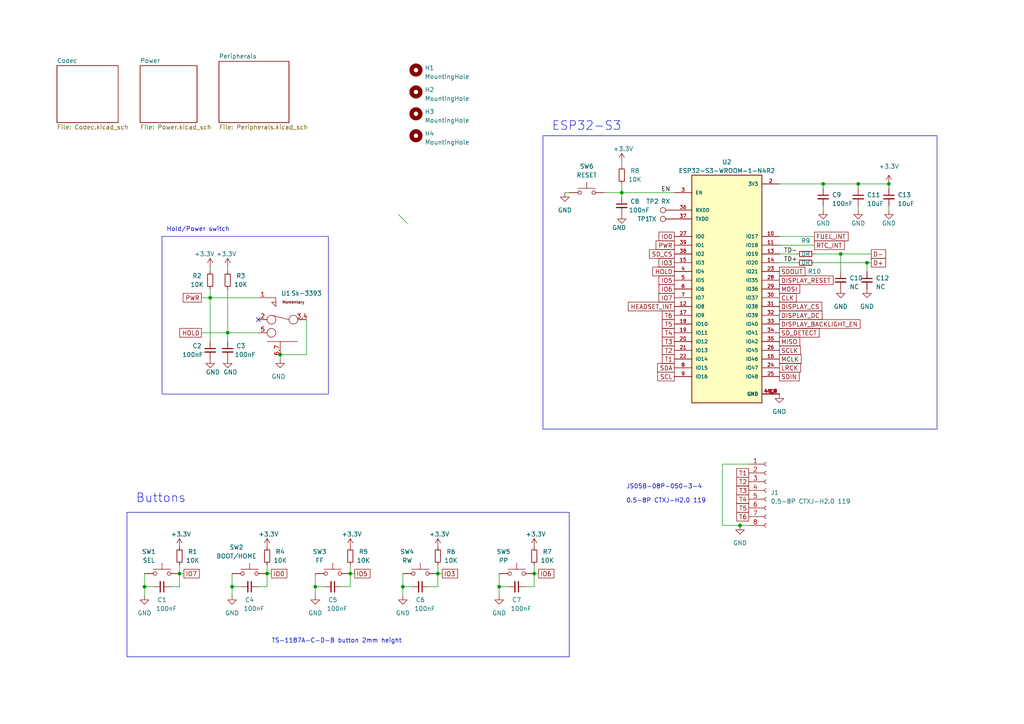
<source format=kicad_sch>
(kicad_sch (version 20230121) (generator eeschema)
  (paper "A4")
  (lib_symbols
    (symbol "Connector:Conn_01x08_Socket" (pin_names (offset 1.016) hide)
      (property "Reference" "J" (at 0 10.16 0))
      (property "Value" "Conn_01x08_Socket" (at 0 -12.7 0))
      (symbol "Conn_01x08_Socket_1_1"
        (arc (start 0 -9.652) (mid -0.5058 -10.16) (end 0 -10.668) (stroke (width 0.1524)))
        (arc (start 0 -7.112) (mid -0.5058 -7.62) (end 0 -8.128) (stroke (width 0.1524)))
        (arc (start 0 -4.572) (mid -0.5058 -5.08) (end 0 -5.588) (stroke (width 0.1524)))
        (arc (start 0 -2.032) (mid -0.5058 -2.54) (end 0 -3.048) (stroke (width 0.1524)))
        (polyline (pts (xy -1.27 -10.16) (xy -0.508 -10.16)) (stroke (width 0.1524)))
        (polyline (pts (xy -1.27 -7.62) (xy -0.508 -7.62)) (stroke (width 0.1524)))
        (polyline (pts (xy -1.27 -5.08) (xy -0.508 -5.08)) (stroke (width 0.1524)))
        (polyline (pts (xy -1.27 -2.54) (xy -0.508 -2.54)) (stroke (width 0.1524)))
        (polyline (pts (xy -1.27 0) (xy -0.508 0)) (stroke (width 0.1524)))
        (polyline (pts (xy -1.27 2.54) (xy -0.508 2.54)) (stroke (width 0.1524)))
        (polyline (pts (xy -1.27 5.08) (xy -0.508 5.08)) (stroke (width 0.1524)))
        (polyline (pts (xy -1.27 7.62) (xy -0.508 7.62)) (stroke (width 0.1524)))
        (arc (start 0 0.508) (mid -0.5058 0) (end 0 -0.508) (stroke (width 0.1524)))
        (arc (start 0 3.048) (mid -0.5058 2.54) (end 0 2.032) (stroke (width 0.1524)))
        (arc (start 0 5.588) (mid -0.5058 5.08) (end 0 4.572) (stroke (width 0.1524)))
        (arc (start 0 8.128) (mid -0.5058 7.62) (end 0 7.112) (stroke (width 0.1524)))
        (pin passive line (at -5.08 7.62 0) (length 3.81) (name "Pin_1") (number "1"))
        (pin passive line (at -5.08 5.08 0) (length 3.81) (name "Pin_2") (number "2"))
        (pin passive line (at -5.08 2.54 0) (length 3.81) (name "Pin_3") (number "3"))
        (pin passive line (at -5.08 0 0) (length 3.81) (name "Pin_4") (number "4"))
        (pin passive line (at -5.08 -2.54 0) (length 3.81) (name "Pin_5") (number "5"))
        (pin passive line (at -5.08 -5.08 0) (length 3.81) (name "Pin_6") (number "6"))
        (pin passive line (at -5.08 -7.62 0) (length 3.81) (name "Pin_7") (number "7"))
        (pin passive line (at -5.08 -10.16 0) (length 3.81) (name "Pin_8") (number "8"))
      )
    )
    (symbol "Connector:TestPoint" (pin_numbers hide) (pin_names (offset 0.762) hide)
      (property "Reference" "TP" (at 0 6.858 0))
      (property "Value" "TestPoint" (at 0 5.08 0))
      (symbol "TestPoint_0_1"
        (circle (center 0 3.302) (radius 0.762))
      )
      (symbol "TestPoint_1_1"
        (pin passive line (at 0 0 90) (length 2.54) (name "1") (number "1"))
      )
    )
    (symbol "Device:C_Small" (pin_numbers hide) (pin_names (offset 0.254) hide)
      (property "Reference" "C" (at 0.254 1.778 0))
      (property "Value" "C_Small" (at 0.254 -2.032 0))
      (symbol "C_Small_0_1"
        (polyline (pts (xy -1.524 -0.508) (xy 1.524 -0.508)) (stroke (width 0.3302)))
        (polyline (pts (xy -1.524 0.508) (xy 1.524 0.508)) (stroke (width 0.3048)))
      )
      (symbol "C_Small_1_1"
        (pin passive line (at 0 2.54 270) (length 2.032) (name "~") (number "1"))
        (pin passive line (at 0 -2.54 90) (length 2.032) (name "~") (number "2"))
      )
    )
    (symbol "Device:R_Small" (pin_numbers hide) (pin_names (offset 0.254) hide)
      (property "Reference" "R" (at 0.762 0.508 0))
      (property "Value" "R_Small" (at 0.762 -1.016 0))
      (symbol "R_Small_0_1"
        (rectangle (start -0.762 1.778) (end 0.762 -1.778) (stroke (width 0.2032)))
      )
      (symbol "R_Small_1_1"
        (pin passive line (at 0 2.54 270) (length 0.762) (name "~") (number "1"))
        (pin passive line (at 0 -2.54 90) (length 0.762) (name "~") (number "2"))
      )
    )
    (symbol "ESP32-S3-WROOM-1-N4R2:ESP32-S3-WROOM-1-N4R2" (pin_names (offset 1.016))
      (property "Reference" "U" (at -10.16 34.1122 0))
      (property "Value" "ESP32-S3-WROOM-1-N4R2" (at -10.16 -35.56 0))
      (symbol "ESP32-S3-WROOM-1-N4R2_0_0"
        (rectangle (start -10.16 -33.02) (end 10.16 33.02) (stroke (width 0.254)) (fill (type background)))
        (pin power_in line (at 15.24 -30.48 180) (length 5.08) (name "GND") (number "1"))
        (pin bidirectional line (at 15.24 15.24 180) (length 5.08) (name "IO17") (number "10"))
        (pin bidirectional line (at 15.24 12.7 180) (length 5.08) (name "IO18") (number "11"))
        (pin bidirectional line (at -15.24 -5.08 0) (length 5.08) (name "IO8") (number "12"))
        (pin bidirectional line (at 15.24 10.16 180) (length 5.08) (name "IO19") (number "13"))
        (pin bidirectional line (at 15.24 7.62 180) (length 5.08) (name "IO20") (number "14"))
        (pin bidirectional line (at -15.24 7.62 0) (length 5.08) (name "IO3") (number "15"))
        (pin bidirectional line (at 15.24 -20.32 180) (length 5.08) (name "IO46") (number "16"))
        (pin bidirectional line (at -15.24 -7.62 0) (length 5.08) (name "IO9") (number "17"))
        (pin bidirectional line (at -15.24 -10.16 0) (length 5.08) (name "IO10") (number "18"))
        (pin bidirectional line (at -15.24 -12.7 0) (length 5.08) (name "IO11") (number "19"))
        (pin power_in line (at 15.24 30.48 180) (length 5.08) (name "3V3") (number "2"))
        (pin bidirectional line (at -15.24 -15.24 0) (length 5.08) (name "IO12") (number "20"))
        (pin bidirectional line (at -15.24 -17.78 0) (length 5.08) (name "IO13") (number "21"))
        (pin bidirectional line (at -15.24 -20.32 0) (length 5.08) (name "IO14") (number "22"))
        (pin bidirectional line (at 15.24 5.08 180) (length 5.08) (name "IO21") (number "23"))
        (pin bidirectional line (at 15.24 -22.86 180) (length 5.08) (name "IO47") (number "24"))
        (pin bidirectional line (at 15.24 -25.4 180) (length 5.08) (name "IO48") (number "25"))
        (pin bidirectional line (at 15.24 -17.78 180) (length 5.08) (name "IO45") (number "26"))
        (pin bidirectional line (at -15.24 15.24 0) (length 5.08) (name "IO0") (number "27"))
        (pin bidirectional line (at 15.24 2.54 180) (length 5.08) (name "IO35") (number "28"))
        (pin bidirectional line (at 15.24 0 180) (length 5.08) (name "IO36") (number "29"))
        (pin input line (at -15.24 27.94 0) (length 5.08) (name "EN") (number "3"))
        (pin bidirectional line (at 15.24 -2.54 180) (length 5.08) (name "IO37") (number "30"))
        (pin bidirectional line (at 15.24 -5.08 180) (length 5.08) (name "IO38") (number "31"))
        (pin bidirectional line (at 15.24 -7.62 180) (length 5.08) (name "IO39") (number "32"))
        (pin bidirectional line (at 15.24 -10.16 180) (length 5.08) (name "IO40") (number "33"))
        (pin bidirectional line (at 15.24 -12.7 180) (length 5.08) (name "IO41") (number "34"))
        (pin bidirectional line (at 15.24 -15.24 180) (length 5.08) (name "IO42") (number "35"))
        (pin bidirectional line (at -15.24 22.86 0) (length 5.08) (name "RXD0") (number "36"))
        (pin bidirectional line (at -15.24 20.32 0) (length 5.08) (name "TXD0") (number "37"))
        (pin bidirectional line (at -15.24 10.16 0) (length 5.08) (name "IO2") (number "38"))
        (pin bidirectional line (at -15.24 12.7 0) (length 5.08) (name "IO1") (number "39"))
        (pin bidirectional line (at -15.24 5.08 0) (length 5.08) (name "IO4") (number "4"))
        (pin power_in line (at 15.24 -30.48 180) (length 5.08) (name "GND") (number "40"))
        (pin power_in line (at 15.24 -30.48 180) (length 5.08) (name "GND") (number "41_1"))
        (pin power_in line (at 15.24 -30.48 180) (length 5.08) (name "GND") (number "41_2"))
        (pin power_in line (at 15.24 -30.48 180) (length 5.08) (name "GND") (number "41_3"))
        (pin power_in line (at 15.24 -30.48 180) (length 5.08) (name "GND") (number "41_4"))
        (pin power_in line (at 15.24 -30.48 180) (length 5.08) (name "GND") (number "41_5"))
        (pin power_in line (at 15.24 -30.48 180) (length 5.08) (name "GND") (number "41_6"))
        (pin power_in line (at 15.24 -30.48 180) (length 5.08) (name "GND") (number "41_7"))
        (pin power_in line (at 15.24 -30.48 180) (length 5.08) (name "GND") (number "41_8"))
        (pin power_in line (at 15.24 -30.48 180) (length 5.08) (name "GND") (number "41_9"))
        (pin bidirectional line (at -15.24 2.54 0) (length 5.08) (name "IO5") (number "5"))
        (pin bidirectional line (at -15.24 0 0) (length 5.08) (name "IO6") (number "6"))
        (pin bidirectional line (at -15.24 -2.54 0) (length 5.08) (name "IO7") (number "7"))
        (pin bidirectional line (at -15.24 -22.86 0) (length 5.08) (name "IO15") (number "8"))
        (pin bidirectional line (at -15.24 -25.4 0) (length 5.08) (name "IO16") (number "9"))
      )
    )
    (symbol "Mechanical:MountingHole" (pin_names (offset 1.016))
      (property "Reference" "H" (at 0 5.08 0))
      (property "Value" "MountingHole" (at 0 3.175 0))
      (symbol "MountingHole_0_1"
        (circle (center 0 0) (radius 1.27) (stroke (width 1.27)))
      )
    )
    (symbol "Switch:SW_Push" (pin_numbers hide) (pin_names (offset 1.016) hide)
      (property "Reference" "SW" (at 1.27 2.54 0))
      (property "Value" "SW_Push" (at 0 -1.524 0))
      (symbol "SW_Push_0_1"
        (circle (center -2.032 0) (radius 0.508))
        (polyline (pts (xy 0 1.27) (xy 0 3.048)))
        (polyline (pts (xy 2.54 1.27) (xy -2.54 1.27)))
        (circle (center 2.032 0) (radius 0.508))
        (pin passive line (at -5.08 0 0) (length 2.54) (name "1") (number "1"))
        (pin passive line (at 5.08 0 180) (length 2.54) (name "2") (number "2"))
      )
    )
    (symbol "power:+3.3V" (power) (pin_names (offset 0))
      (property "Value" "+3.3V" (at 0 3.556 0))
      (symbol "+3.3V_0_1"
        (polyline (pts (xy -0.762 1.27) (xy 0 2.54)))
        (polyline (pts (xy 0 0) (xy 0 2.54)))
        (polyline (pts (xy 0 2.54) (xy 0.762 1.27)))
      )
      (symbol "+3.3V_1_1"
        (pin power_in line (at 0 0 90) (length 0) hide (name "+3.3V") (number "1"))
      )
    )
    (symbol "power:GND" (power) (pin_names (offset 0))
      (property "Value" "GND" (at 0 -3.81 0))
      (symbol "GND_0_1"
        (polyline (pts (xy 0 0) (xy 0 -1.27) (xy 1.27 -1.27) (xy 0 -2.54) (xy -1.27 -1.27) (xy 0 -1.27)))
      )
      (symbol "GND_1_1"
        (pin power_in line (at 0 0 270) (length 0) hide (name "GND") (number "1"))
      )
    )
    (symbol "sk-3393m-g1:_SK-3393M-G1"
      (property "Reference" "U" (at 0 3.81 0))
      (symbol "_SK-3393M-G1_1_1"
        (polyline (pts (xy 27.94 -11.43) (xy 36.83 -11.43)))
        (polyline (pts (xy 31.75 -12.7) (xy 31.75 -11.43)))
        (polyline (pts (xy 30.48 0) (xy 30.48 1.27) (xy 27.94 1.27)))
        (polyline (pts (xy 34.29 -5.08) (xy 29.21 -3.81) (xy 29.21 -3.81)))
        (polyline (pts (xy 30.48 -1.27) (xy 30.48 0) (xy 29.21 0) (xy 30.48 -1.27)))
        (circle (center 29.21 -8.89) (radius 1.27))
        (circle (center 29.21 -5.08) (radius 1.27))
        (circle (center 35.56 -5.08) (radius 1.27))
        (text "Momentary" (at 35.56 0 0) (effects (font (size 0.8 0.8))))
        (pin input line (at 25.4 1.27 0) (length 2.54) (name "") (number "1"))
        (pin input line (at 25.4 -5.08 0) (length 2.54) (name "") (number "2"))
        (pin input line (at 39.37 -5.08 180) (length 2.54) (name "") (number "3,4"))
        (pin input line (at 25.4 -8.89 0) (length 2.54) (name "") (number "5"))
        (pin input line (at 31.75 -15.24 90) (length 2.54) (name "") (number "6,7"))
      )
    )
  )
  (junction (at 144.78 170.18))
  (junction (at 248.92 53.34))
  (junction (at 238.76 53.34))
  (junction (at 67.31 170.18))
  (junction (at 101.6 166.37))
  (junction (at 243.84 73.66))
  (junction (at 127 166.37))
  (junction (at 116.84 170.18))
  (junction (at 66.04 96.52))
  (junction (at 154.94 166.37))
  (junction (at 257.81 53.34))
  (junction (at 214.63 152.4))
  (junction (at 60.96 86.36))
  (junction (at 81.28 102.87))
  (junction (at 52.07 166.37))
  (junction (at 180.34 55.88))
  (junction (at 91.44 170.18))
  (junction (at 251.46 76.2))
  (junction (at 41.91 170.18))
  (junction (at 77.47 166.37))
  (no_connect (at 74.93 92.71))
  (bus_entry (at 115.57 62.23) (size 2.54 2.54))
  (wire (pts (xy 41.91 172.72) (xy 41.91 170.18)))
  (wire (pts (xy 81.28 102.87) (xy 81.28 104.14)))
  (wire (pts (xy 66.04 96.52) (xy 66.04 99.06)))
  (wire (pts (xy 165.1 55.88) (xy 163.83 55.88)))
  (wire (pts (xy 124.46 170.18) (xy 127 170.18)))
  (wire (pts (xy 116.84 170.18) (xy 119.38 170.18)))
  (wire (pts (xy 52.07 163.83) (xy 52.07 166.37)))
  (wire (pts (xy 101.6 166.37) (xy 101.6 170.18)))
  (wire (pts (xy 49.53 170.18) (xy 52.07 170.18)))
  (wire (pts (xy 175.26 55.88) (xy 180.34 55.88)))
  (wire (pts (xy 226.06 76.2) (xy 231.14 76.2)))
  (wire (pts (xy 236.22 68.58) (xy 226.06 68.58)))
  (wire (pts (xy 66.04 83.82) (xy 66.04 96.52)))
  (wire (pts (xy 74.93 170.18) (xy 77.47 170.18)))
  (wire (pts (xy 257.81 53.34) (xy 257.81 54.61)))
  (wire (pts (xy 88.9 102.87) (xy 81.28 102.87)))
  (wire (pts (xy 180.34 48.26) (xy 180.34 46.99)))
  (wire (pts (xy 238.76 53.34) (xy 248.92 53.34)))
  (wire (pts (xy 238.76 53.34) (xy 238.76 54.61)))
  (wire (pts (xy 67.31 172.72) (xy 67.31 170.18)))
  (wire (pts (xy 58.42 96.52) (xy 66.04 96.52)))
  (wire (pts (xy 214.63 152.4) (xy 217.17 152.4)))
  (wire (pts (xy 102.87 166.37) (xy 101.6 166.37)))
  (wire (pts (xy 53.34 166.37) (xy 52.07 166.37)))
  (wire (pts (xy 209.55 134.62) (xy 217.17 134.62)))
  (wire (pts (xy 156.21 166.37) (xy 154.94 166.37)))
  (wire (pts (xy 209.55 134.62) (xy 209.55 152.4)))
  (wire (pts (xy 41.91 170.18) (xy 44.45 170.18)))
  (wire (pts (xy 154.94 166.37) (xy 154.94 170.18)))
  (wire (pts (xy 180.34 55.88) (xy 195.58 55.88)))
  (wire (pts (xy 60.96 86.36) (xy 58.42 86.36)))
  (wire (pts (xy 88.9 92.71) (xy 88.9 102.87)))
  (wire (pts (xy 101.6 163.83) (xy 101.6 166.37)))
  (wire (pts (xy 67.31 170.18) (xy 69.85 170.18)))
  (wire (pts (xy 236.22 71.12) (xy 226.06 71.12)))
  (wire (pts (xy 78.74 166.37) (xy 77.47 166.37)))
  (wire (pts (xy 243.84 73.66) (xy 252.73 73.66)))
  (wire (pts (xy 236.22 76.2) (xy 251.46 76.2)))
  (wire (pts (xy 116.84 172.72) (xy 116.84 170.18)))
  (wire (pts (xy 214.63 152.4) (xy 209.55 152.4)))
  (wire (pts (xy 128.27 166.37) (xy 127 166.37)))
  (wire (pts (xy 180.34 55.88) (xy 180.34 53.34)))
  (wire (pts (xy 251.46 76.2) (xy 252.73 76.2)))
  (wire (pts (xy 243.84 78.74) (xy 243.84 73.66)))
  (wire (pts (xy 248.92 53.34) (xy 248.92 54.61)))
  (wire (pts (xy 91.44 170.18) (xy 91.44 166.37)))
  (wire (pts (xy 77.47 166.37) (xy 77.47 170.18)))
  (wire (pts (xy 248.92 59.69) (xy 248.92 60.96)))
  (wire (pts (xy 127 166.37) (xy 127 170.18)))
  (wire (pts (xy 127 163.83) (xy 127 166.37)))
  (wire (pts (xy 67.31 170.18) (xy 67.31 166.37)))
  (wire (pts (xy 251.46 76.2) (xy 251.46 78.74)))
  (wire (pts (xy 60.96 86.36) (xy 74.93 86.36)))
  (wire (pts (xy 91.44 170.18) (xy 93.98 170.18)))
  (wire (pts (xy 144.78 170.18) (xy 144.78 166.37)))
  (wire (pts (xy 152.4 170.18) (xy 154.94 170.18)))
  (wire (pts (xy 248.92 53.34) (xy 257.81 53.34)))
  (wire (pts (xy 60.96 86.36) (xy 60.96 99.06)))
  (wire (pts (xy 66.04 78.74) (xy 66.04 77.47)))
  (wire (pts (xy 154.94 163.83) (xy 154.94 166.37)))
  (wire (pts (xy 60.96 86.36) (xy 60.96 83.82)))
  (wire (pts (xy 180.34 55.88) (xy 180.34 57.15)))
  (wire (pts (xy 257.81 59.69) (xy 257.81 60.96)))
  (wire (pts (xy 226.06 73.66) (xy 231.14 73.66)))
  (wire (pts (xy 116.84 170.18) (xy 116.84 166.37)))
  (wire (pts (xy 77.47 163.83) (xy 77.47 166.37)))
  (wire (pts (xy 226.06 53.34) (xy 238.76 53.34)))
  (wire (pts (xy 99.06 170.18) (xy 101.6 170.18)))
  (wire (pts (xy 91.44 172.72) (xy 91.44 170.18)))
  (wire (pts (xy 52.07 166.37) (xy 52.07 170.18)))
  (wire (pts (xy 236.22 73.66) (xy 243.84 73.66)))
  (wire (pts (xy 41.91 170.18) (xy 41.91 166.37)))
  (wire (pts (xy 238.76 59.69) (xy 238.76 60.96)))
  (wire (pts (xy 144.78 170.18) (xy 147.32 170.18)))
  (wire (pts (xy 60.96 78.74) (xy 60.96 77.47)))
  (wire (pts (xy 66.04 96.52) (xy 74.93 96.52)))
  (wire (pts (xy 144.78 172.72) (xy 144.78 170.18)))
  (rectangle (start 36.83 148.59) (end 165.1 190.5))
  (rectangle (start 157.48 39.37) (end 271.78 124.46))
  (rectangle (start 46.99 68.58) (end 95.25 114.3))
  (text "Hold/Power switch" (at 48.26 67.31 0) (effects (font (size 1.27 1.27)) (justify left bottom)))
  (text "ESP32-S3\n" (at 160.02 38.1 0) (effects (font (size 2.54 2.54)) (justify left bottom)))
  (text "JS05B-08P-050-3-4\n\n0.5-8P CTXJ-H2.0 119" (at 181.61 146.05 0) (effects (font (size 1.27 1.27)) (justify left bottom)))
  (text "TS-1187A-C-D-B button 2mm height\n" (at 78.74 186.69 0) (effects (font (size 1.27 1.27)) (justify left bottom)))
  (text "Buttons\n" (at 39.37 146.05 0) (effects (font (size 2.54 2.54)) (justify left bottom)))
  (label "TD-" (at 227.33 73.66 0))
  (label "TD+" (at 227.33 76.2 0))
  (label "EN" (at 191.77 55.88 0))
  (global_label "SD_DETECT" (shape passive) (at 226.06 96.52 0) (property "Intersheetrefs" "${INTERSHEET_REFS}" (effects hide)))
  (global_label "DISPLAY_CS" (shape passive) (at 226.06 88.9 0) (property "Intersheetrefs" "${INTERSHEET_REFS}" (effects hide)))
  (global_label "PWR" (shape passive) (at 58.42 86.36 180) (property "Intersheetrefs" "${INTERSHEET_REFS}" (effects hide)))
  (global_label "HEADSET_INT" (shape passive) (at 195.58 88.9 180) (property "Intersheetrefs" "${INTERSHEET_REFS}" (effects hide)))
  (global_label "T1" (shape passive) (at 195.58 104.14 180) (property "Intersheetrefs" "${INTERSHEET_REFS}" (effects hide)))
  (global_label "IO3" (shape passive) (at 128.27 166.37 0) (property "Intersheetrefs" "${INTERSHEET_REFS}" (effects hide)))
  (global_label "IO0" (shape passive) (at 195.58 68.58 180) (property "Intersheetrefs" "${INTERSHEET_REFS}" (effects hide)))
  (global_label "IO6" (shape passive) (at 156.21 166.37 0) (property "Intersheetrefs" "${INTERSHEET_REFS}" (effects hide)))
  (global_label "D-" (shape passive) (at 252.73 73.66 0) (property "Intersheetrefs" "${INTERSHEET_REFS}" (effects hide)))
  (global_label "SDOUT" (shape passive) (at 226.06 78.74 0) (property "Intersheetrefs" "${INTERSHEET_REFS}" (effects hide)))
  (global_label "IO0" (shape passive) (at 78.74 166.37 0) (property "Intersheetrefs" "${INTERSHEET_REFS}" (effects hide)))
  (global_label "SDIN" (shape passive) (at 226.06 109.22 0) (property "Intersheetrefs" "${INTERSHEET_REFS}" (effects hide)))
  (global_label "T3" (shape passive) (at 217.17 142.24 180) (property "Intersheetrefs" "${INTERSHEET_REFS}" (effects hide)))
  (global_label "MISO" (shape passive) (at 226.06 99.06 0) (property "Intersheetrefs" "${INTERSHEET_REFS}" (effects hide)))
  (global_label "DISPLAY_RESET" (shape passive) (at 226.06 81.28 0) (property "Intersheetrefs" "${INTERSHEET_REFS}" (effects hide)))
  (global_label "IO6" (shape passive) (at 195.58 83.82 180) (property "Intersheetrefs" "${INTERSHEET_REFS}" (effects hide)))
  (global_label "MCLK" (shape passive) (at 226.06 104.14 0) (property "Intersheetrefs" "${INTERSHEET_REFS}" (effects hide)))
  (global_label "PWR" (shape passive) (at 195.58 71.12 180) (property "Intersheetrefs" "${INTERSHEET_REFS}" (effects hide)))
  (global_label "DISPLAY_DC" (shape passive) (at 226.06 91.44 0) (property "Intersheetrefs" "${INTERSHEET_REFS}" (effects hide)))
  (global_label "IO5" (shape passive) (at 195.58 81.28 180) (property "Intersheetrefs" "${INTERSHEET_REFS}" (effects hide)))
  (global_label "IO7" (shape passive) (at 195.58 86.36 180) (property "Intersheetrefs" "${INTERSHEET_REFS}" (effects hide)))
  (global_label "HOLD" (shape passive) (at 58.42 96.52 180) (property "Intersheetrefs" "${INTERSHEET_REFS}" (effects hide)))
  (global_label "MOSI" (shape passive) (at 226.06 83.82 0) (property "Intersheetrefs" "${INTERSHEET_REFS}" (effects hide)))
  (global_label "T2" (shape passive) (at 195.58 101.6 180) (property "Intersheetrefs" "${INTERSHEET_REFS}" (effects hide)))
  (global_label "T2" (shape passive) (at 217.17 139.7 180) (property "Intersheetrefs" "${INTERSHEET_REFS}" (effects hide)))
  (global_label "RTC_INT" (shape passive) (at 236.22 71.12 0) (property "Intersheetrefs" "${INTERSHEET_REFS}" (effects hide)))
  (global_label "DISPLAY_BACKLIGHT_EN" (shape passive) (at 226.06 93.98 0) (property "Intersheetrefs" "${INTERSHEET_REFS}" (effects hide)))
  (global_label "T3" (shape passive) (at 195.58 99.06 180) (property "Intersheetrefs" "${INTERSHEET_REFS}" (effects hide)))
  (global_label "FUEL_INT" (shape passive) (at 236.22 68.58 0) (property "Intersheetrefs" "${INTERSHEET_REFS}" (effects hide)))
  (global_label "IO5" (shape passive) (at 102.87 166.37 0) (property "Intersheetrefs" "${INTERSHEET_REFS}" (effects hide)))
  (global_label "T4" (shape passive) (at 217.17 144.78 180) (property "Intersheetrefs" "${INTERSHEET_REFS}" (effects hide)))
  (global_label "LRCK" (shape passive) (at 226.06 106.68 0) (property "Intersheetrefs" "${INTERSHEET_REFS}" (effects hide)))
  (global_label "T1" (shape passive) (at 217.17 137.16 180) (property "Intersheetrefs" "${INTERSHEET_REFS}" (effects hide)))
  (global_label "T5" (shape passive) (at 195.58 93.98 180) (property "Intersheetrefs" "${INTERSHEET_REFS}" (effects hide)))
  (global_label "HOLD" (shape passive) (at 195.58 78.74 180) (property "Intersheetrefs" "${INTERSHEET_REFS}" (effects hide)))
  (global_label "SD_CS" (shape passive) (at 195.58 73.66 180) (property "Intersheetrefs" "${INTERSHEET_REFS}" (effects hide)))
  (global_label "CLK" (shape passive) (at 226.06 86.36 0) (property "Intersheetrefs" "${INTERSHEET_REFS}" (effects hide)))
  (global_label "T4" (shape passive) (at 195.58 96.52 180) (property "Intersheetrefs" "${INTERSHEET_REFS}" (effects hide)))
  (global_label "SCLK" (shape passive) (at 226.06 101.6 0) (property "Intersheetrefs" "${INTERSHEET_REFS}" (effects hide)))
  (global_label "D+" (shape passive) (at 252.73 76.2 0) (property "Intersheetrefs" "${INTERSHEET_REFS}" (effects hide)))
  (global_label "IO3" (shape passive) (at 195.58 76.2 180) (property "Intersheetrefs" "${INTERSHEET_REFS}" (effects hide)))
  (global_label "SCL" (shape passive) (at 195.58 109.22 180) (property "Intersheetrefs" "${INTERSHEET_REFS}" (effects hide)))
  (global_label "T5" (shape passive) (at 217.17 147.32 180) (property "Intersheetrefs" "${INTERSHEET_REFS}" (effects hide)))
  (global_label "T6" (shape passive) (at 195.58 91.44 180) (property "Intersheetrefs" "${INTERSHEET_REFS}" (effects hide)))
  (global_label "SDA" (shape passive) (at 195.58 106.68 180) (property "Intersheetrefs" "${INTERSHEET_REFS}" (effects hide)))
  (global_label "T6" (shape passive) (at 217.17 149.86 180) (property "Intersheetrefs" "${INTERSHEET_REFS}" (effects hide)))
  (global_label "IO7" (shape passive) (at 53.34 166.37 0) (property "Intersheetrefs" "${INTERSHEET_REFS}" (effects hide)))
  (symbol (lib_id "Switch:SW_Push") (at 72.39 166.37 0) (mirror y) (unit 1)
    (property "Reference" "SW2" (at 68.58 158.75 0))
    (property "Value" "BOOT/HOME" (at 68.58 161.29 0))
    (property "Footprint" "Button_Switch_SMD:SW_Push_1P1T_XKB_TS-1187A" (effects hide))
  )
  (symbol (lib_id "power:+3.3V") (at 77.47 158.75 0) (unit 1)
    (property "Reference" "#PWR08" (effects hide))
    (property "Value" "+3.3V" (at 74.93 154.94 0) (effects (justify left)))
  )
  (symbol (lib_id "Mechanical:MountingHole") (at 120.65 20.32 0) (unit 1)
    (property "Reference" "H1" (at 123.19 19.685 0) (effects (justify left)))
    (property "Value" "MountingHole" (at 123.19 22.225 0) (effects (justify left)))
    (property "Footprint" "MountingHole:MountingHole_2.2mm_M2" (effects hide))
  )
  (symbol (lib_id "sk-3393m-g1:_SK-3393M-G1") (at 49.53 87.63 0) (unit 1)
    (property "Reference" "U1" (at 82.9025 85.09 0))
    (property "Value" "Sk-3393" (at 88.9 85.09 0))
    (property "Footprint" "Footprints:SK-3393M-G1" (effects hide))
  )
  (symbol (lib_id "power:+3.3V") (at 127 158.75 0) (unit 1)
    (property "Reference" "#PWR013" (effects hide))
    (property "Value" "+3.3V" (at 124.46 154.94 0) (effects (justify left)))
  )
  (symbol (lib_id "power:+3.3V") (at 101.6 158.75 0) (unit 1)
    (property "Reference" "#PWR011" (effects hide))
    (property "Value" "+3.3V" (at 99.06 154.94 0) (effects (justify left)))
  )
  (symbol (lib_id "Switch:SW_Push") (at 46.99 166.37 0) (mirror y) (unit 1)
    (property "Reference" "SW1" (at 43.18 160.02 0))
    (property "Value" "SEL" (at 43.18 162.56 0))
    (property "Footprint" "Button_Switch_SMD:SW_Push_1P1T_XKB_TS-1187A" (effects hide))
  )
  (symbol (lib_id "Device:R_Small") (at 154.94 161.29 0) (mirror y) (unit 1)
    (property "Reference" "R7" (at 158.75 160.02 0))
    (property "Value" "10K" (at 158.75 162.56 0))
    (property "Footprint" "Resistor_SMD:R_0402_1005Metric" (effects hide))
  )
  (symbol (lib_id "Device:C_Small") (at 121.92 170.18 270) (unit 1)
    (property "Reference" "C6" (at 121.92 173.99 90))
    (property "Value" "100nF" (at 123.19 176.53 90))
    (property "Footprint" "Capacitor_SMD:C_0402_1005Metric" (effects hide))
  )
  (symbol (lib_id "power:GND") (at 243.84 83.82 0) (unit 1)
    (property "Reference" "#PWR022" (effects hide))
    (property "Value" "GND" (at 243.84 88.9 0))
  )
  (symbol (lib_id "power:GND") (at 251.46 83.82 0) (unit 1)
    (property "Reference" "#PWR024" (effects hide))
    (property "Value" "GND" (at 251.46 88.9 0))
  )
  (symbol (lib_id "power:GND") (at 116.84 172.72 0) (mirror y) (unit 1)
    (property "Reference" "#PWR012" (effects hide))
    (property "Value" "GND" (at 116.84 177.8 0))
  )
  (symbol (lib_id "Connector:TestPoint") (at 195.58 63.5 90) (unit 1)
    (property "Reference" "TP1" (at 186.69 63.5 90))
    (property "Value" "TX" (at 189.23 63.5 90))
    (property "Footprint" "TestPoint:TestPoint_Pad_D3.0mm" (effects hide))
  )
  (symbol (lib_id "power:+3.3V") (at 154.94 158.75 0) (unit 1)
    (property "Reference" "#PWR015" (effects hide))
    (property "Value" "+3.3V" (at 152.4 154.94 0) (effects (justify left)))
  )
  (symbol (lib_id "Device:R_Small") (at 77.47 161.29 0) (mirror y) (unit 1)
    (property "Reference" "R4" (at 81.28 160.02 0))
    (property "Value" "10K" (at 81.28 162.56 0))
    (property "Footprint" "Resistor_SMD:R_0402_1005Metric" (effects hide))
  )
  (symbol (lib_id "Device:R_Small") (at 52.07 161.29 0) (mirror y) (unit 1)
    (property "Reference" "R1" (at 55.88 160.02 0))
    (property "Value" "10K" (at 55.88 162.56 0))
    (property "Footprint" "Resistor_SMD:R_0402_1005Metric" (effects hide))
  )
  (symbol (lib_id "Switch:SW_Push") (at 96.52 166.37 0) (mirror y) (unit 1)
    (property "Reference" "SW3" (at 92.71 160.02 0))
    (property "Value" "FF" (at 92.71 162.56 0))
    (property "Footprint" "Button_Switch_SMD:SW_Push_1P1T_XKB_TS-1187A" (effects hide))
  )
  (symbol (lib_id "Device:C_Small") (at 46.99 170.18 270) (unit 1)
    (property "Reference" "C1" (at 46.99 173.99 90))
    (property "Value" "100nF" (at 48.26 176.53 90))
    (property "Footprint" "Capacitor_SMD:C_0402_1005Metric" (effects hide))
  )
  (symbol (lib_id "Device:R_Small") (at 60.96 81.28 0) (unit 1)
    (property "Reference" "R2" (at 57.15 80.01 0))
    (property "Value" "10K" (at 57.15 82.55 0))
    (property "Footprint" "Resistor_SMD:R_0402_1005Metric" (effects hide))
  )
  (symbol (lib_id "power:GND") (at 180.34 62.23 0) (unit 1)
    (property "Reference" "#PWR018" (effects hide))
    (property "Value" "GND" (at 181.61 66.04 0) (effects (justify right)))
  )
  (symbol (lib_id "power:GND") (at 163.83 55.88 0) (mirror y) (unit 1)
    (property "Reference" "#PWR016" (effects hide))
    (property "Value" "GND" (at 163.83 60.96 0))
  )
  (symbol (lib_id "Device:R_Small") (at 127 161.29 0) (mirror y) (unit 1)
    (property "Reference" "R6" (at 130.81 160.02 0))
    (property "Value" "10K" (at 130.81 162.56 0))
    (property "Footprint" "Resistor_SMD:R_0402_1005Metric" (effects hide))
  )
  (symbol (lib_id "Device:R_Small") (at 66.04 81.28 0) (mirror y) (unit 1)
    (property "Reference" "R3" (at 69.85 80.01 0))
    (property "Value" "10K" (at 69.85 82.55 0))
    (property "Footprint" "Resistor_SMD:R_0402_1005Metric" (effects hide))
  )
  (symbol (lib_id "Connector:Conn_01x08_Socket") (at 222.25 142.24 0) (unit 1)
    (property "Reference" "J1" (at 223.52 142.875 0) (effects (justify left)))
    (property "Value" "0.5-8P CTXJ-H2.0 119" (at 223.52 145.415 0) (effects (justify left)))
    (property "Footprint" "Footprints:0.5-8P CTXJ-H2.0 119" (effects hide))
  )
  (symbol (lib_id "Device:C_Small") (at 66.04 101.6 0) (unit 1)
    (property "Reference" "C3" (at 69.85 100.33 0))
    (property "Value" "100nF" (at 71.12 102.87 0))
    (property "Footprint" "Capacitor_SMD:C_0402_1005Metric" (effects hide))
  )
  (symbol (lib_id "ESP32-S3-WROOM-1-N4R2:ESP32-S3-WROOM-1-N4R2") (at 210.82 83.82 0) (unit 1)
    (property "Reference" "U2" (at 210.82 46.99 0))
    (property "Value" "ESP32-S3-WROOM-1-N4R2" (at 210.82 49.53 0))
    (property "Footprint" "Footprints:XCVR_ESP32-S3-WROOM-1-N4R2" (effects hide))
    (property "PARTREV" "v1.0" (effects hide))
    (property "STANDARD" "Manufacturer Recommendations" (effects hide))
    (property "MAXIMUM_PACKAGE_HEIGHT" "3.25mm" (effects hide))
    (property "MANUFACTURER" "Espressif" (effects hide))
  )
  (symbol (lib_id "power:+3.3V") (at 52.07 158.75 0) (unit 1)
    (property "Reference" "#PWR02" (effects hide))
    (property "Value" "+3.3V" (at 49.53 154.94 0) (effects (justify left)))
  )
  (symbol (lib_id "Device:C_Small") (at 243.84 81.28 0) (unit 1)
    (property "Reference" "C10" (at 246.38 80.6513 0) (effects (justify left)))
    (property "Value" "NC" (at 246.38 83.1913 0) (effects (justify left)))
    (property "Footprint" "Capacitor_SMD:C_0402_1005Metric" (effects hide))
  )
  (symbol (lib_id "Device:C_Small") (at 96.52 170.18 270) (unit 1)
    (property "Reference" "C5" (at 96.52 173.99 90))
    (property "Value" "100nF" (at 97.79 176.53 90))
    (property "Footprint" "Capacitor_SMD:C_0402_1005Metric" (effects hide))
  )
  (symbol (lib_id "Switch:SW_Push") (at 170.18 55.88 0) (mirror y) (unit 1)
    (property "Reference" "SW6" (at 170.18 48.26 0))
    (property "Value" "RESET" (at 170.18 50.8 0))
    (property "Footprint" "Button_Switch_SMD:SW_Push_1P1T_XKB_TS-1187A" (effects hide))
  )
  (symbol (lib_id "power:+3.3V") (at 257.81 53.34 0) (unit 1)
    (property "Reference" "#PWR025" (effects hide))
    (property "Value" "+3.3V" (at 257.81 48.26 0))
  )
  (symbol (lib_id "power:+3.3V") (at 180.34 46.99 0) (unit 1)
    (property "Reference" "#PWR017" (effects hide))
    (property "Value" "+3.3V" (at 177.8 43.18 0) (effects (justify left)))
  )
  (symbol (lib_id "power:GND") (at 238.76 60.96 0) (unit 1)
    (property "Reference" "#PWR021" (effects hide))
    (property "Value" "GND" (at 238.76 64.77 0))
  )
  (symbol (lib_id "Device:C_Small") (at 72.39 170.18 270) (unit 1)
    (property "Reference" "C4" (at 72.39 173.99 90))
    (property "Value" "100nF" (at 73.66 176.53 90))
    (property "Footprint" "Capacitor_SMD:C_0402_1005Metric" (effects hide))
  )
  (symbol (lib_id "power:+3.3V") (at 66.04 77.47 0) (mirror y) (unit 1)
    (property "Reference" "#PWR05" (effects hide))
    (property "Value" "+3.3V" (at 68.58 73.66 0) (effects (justify left)))
  )
  (symbol (lib_id "Device:C_Small") (at 180.34 59.69 0) (unit 1)
    (property "Reference" "C8" (at 184.15 58.42 0))
    (property "Value" "100nF" (at 185.42 60.96 0))
    (property "Footprint" "Capacitor_SMD:C_0402_1005Metric" (effects hide))
  )
  (symbol (lib_id "power:GND") (at 214.63 152.4 0) (unit 1)
    (property "Reference" "#PWR019" (effects hide))
    (property "Value" "GND" (at 214.63 157.48 0))
  )
  (symbol (lib_id "power:GND") (at 66.04 104.14 0) (mirror y) (unit 1)
    (property "Reference" "#PWR06" (effects hide))
    (property "Value" "GND" (at 64.77 107.95 0) (effects (justify right)))
  )
  (symbol (lib_id "power:GND") (at 81.28 104.14 0) (mirror y) (unit 1)
    (property "Reference" "#PWR09" (effects hide))
    (property "Value" "GND" (at 80.772 109.22 0))
  )
  (symbol (lib_id "Mechanical:MountingHole") (at 120.65 26.67 0) (unit 1)
    (property "Reference" "H2" (at 123.19 26.035 0) (effects (justify left)))
    (property "Value" "MountingHole" (at 123.19 28.575 0) (effects (justify left)))
    (property "Footprint" "MountingHole:MountingHole_2.2mm_M2" (effects hide))
  )
  (symbol (lib_id "Device:C_Small") (at 251.46 81.28 0) (unit 1)
    (property "Reference" "C12" (at 254 80.6513 0) (effects (justify left)))
    (property "Value" "NC" (at 254 83.1913 0) (effects (justify left)))
    (property "Footprint" "Capacitor_SMD:C_0402_1005Metric" (effects hide))
  )
  (symbol (lib_id "Device:C_Small") (at 60.96 101.6 0) (mirror y) (unit 1)
    (property "Reference" "C2" (at 57.15 100.33 0))
    (property "Value" "100nF" (at 55.88 102.87 0))
    (property "Footprint" "Capacitor_SMD:C_0402_1005Metric" (effects hide))
  )
  (symbol (lib_id "power:GND") (at 60.96 104.14 0) (mirror y) (unit 1)
    (property "Reference" "#PWR04" (effects hide))
    (property "Value" "GND" (at 59.69 107.95 0) (effects (justify right)))
  )
  (symbol (lib_id "Connector:TestPoint") (at 195.58 60.96 90) (unit 1)
    (property "Reference" "TP2" (at 189.23 58.42 90))
    (property "Value" "RX" (at 193.04 58.42 90))
    (property "Footprint" "TestPoint:TestPoint_Pad_D3.0mm" (effects hide))
  )
  (symbol (lib_id "Device:R_Small") (at 233.68 73.66 270) (mirror x) (unit 1)
    (property "Reference" "R9" (at 233.68 69.85 90))
    (property "Value" "0R" (at 233.68 73.66 90))
    (property "Footprint" "Resistor_SMD:R_0402_1005Metric" (effects hide))
  )
  (symbol (lib_id "power:+3.3V") (at 60.96 77.47 0) (mirror y) (unit 1)
    (property "Reference" "#PWR03" (effects hide))
    (property "Value" "+3.3V" (at 62.23 73.66 0) (effects (justify left)))
  )
  (symbol (lib_id "power:GND") (at 67.31 172.72 0) (mirror y) (unit 1)
    (property "Reference" "#PWR07" (effects hide))
    (property "Value" "GND" (at 67.31 177.8 0))
  )
  (symbol (lib_id "Device:R_Small") (at 233.68 76.2 270) (mirror x) (unit 1)
    (property "Reference" "R10" (at 236.22 78.74 90))
    (property "Value" "0R" (at 233.68 76.2 90))
    (property "Footprint" "Resistor_SMD:R_0402_1005Metric" (effects hide))
  )
  (symbol (lib_id "Switch:SW_Push") (at 121.92 166.37 0) (mirror y) (unit 1)
    (property "Reference" "SW4" (at 118.11 160.02 0))
    (property "Value" "RW" (at 118.11 162.56 0))
    (property "Footprint" "Button_Switch_SMD:SW_Push_1P1T_XKB_TS-1187A" (effects hide))
  )
  (symbol (lib_id "Switch:SW_Push") (at 149.86 166.37 0) (mirror y) (unit 1)
    (property "Reference" "SW5" (at 146.05 160.02 0))
    (property "Value" "PP" (at 146.05 162.56 0))
    (property "Footprint" "Button_Switch_SMD:SW_Push_1P1T_XKB_TS-1187A" (effects hide))
  )
  (symbol (lib_id "Device:C_Small") (at 149.86 170.18 270) (unit 1)
    (property "Reference" "C7" (at 149.86 173.99 90))
    (property "Value" "100nF" (at 151.13 176.53 90))
    (property "Footprint" "Capacitor_SMD:C_0402_1005Metric" (effects hide))
  )
  (symbol (lib_id "power:GND") (at 257.81 60.96 0) (unit 1)
    (property "Reference" "#PWR026" (effects hide))
    (property "Value" "GND" (at 257.81 64.77 0))
  )
  (symbol (lib_id "power:GND") (at 226.06 114.3 0) (unit 1)
    (property "Reference" "#PWR020" (effects hide))
    (property "Value" "GND" (at 226.06 119.38 0))
  )
  (symbol (lib_id "Device:C_Small") (at 257.81 57.15 0) (unit 1)
    (property "Reference" "C13" (at 260.35 56.5213 0) (effects (justify left)))
    (property "Value" "10uF" (at 260.35 59.0613 0) (effects (justify left)))
    (property "Footprint" "Capacitor_SMD:C_0603_1608Metric" (effects hide))
  )
  (symbol (lib_id "Device:R_Small") (at 180.34 50.8 0) (mirror y) (unit 1)
    (property "Reference" "R8" (at 184.15 49.53 0))
    (property "Value" "10K" (at 184.15 52.07 0))
    (property "Footprint" "Resistor_SMD:R_0402_1005Metric" (effects hide))
  )
  (symbol (lib_id "Device:C_Small") (at 248.92 57.15 0) (unit 1)
    (property "Reference" "C11" (at 251.46 56.5213 0) (effects (justify left)))
    (property "Value" "10uF" (at 251.46 59.0613 0) (effects (justify left)))
    (property "Footprint" "Capacitor_SMD:C_0603_1608Metric" (effects hide))
  )
  (symbol (lib_id "power:GND") (at 91.44 172.72 0) (mirror y) (unit 1)
    (property "Reference" "#PWR010" (effects hide))
    (property "Value" "GND" (at 91.44 177.8 0))
  )
  (symbol (lib_id "power:GND") (at 41.91 172.72 0) (mirror y) (unit 1)
    (property "Reference" "#PWR01" (effects hide))
    (property "Value" "GND" (at 41.91 177.8 0))
  )
  (symbol (lib_id "Device:C_Small") (at 238.76 57.15 0) (unit 1)
    (property "Reference" "C9" (at 241.3 56.5213 0) (effects (justify left)))
    (property "Value" "100nF" (at 241.3 59.0613 0) (effects (justify left)))
    (property "Footprint" "Capacitor_SMD:C_0402_1005Metric" (effects hide))
  )
  (symbol (lib_id "Mechanical:MountingHole") (at 120.65 33.02 0) (unit 1)
    (property "Reference" "H3" (at 123.19 32.385 0) (effects (justify left)))
    (property "Value" "MountingHole" (at 123.19 34.925 0) (effects (justify left)))
    (property "Footprint" "MountingHole:MountingHole_2.2mm_M2" (effects hide))
  )
  (symbol (lib_id "Device:R_Small") (at 101.6 161.29 0) (mirror y) (unit 1)
    (property "Reference" "R5" (at 105.41 160.02 0))
    (property "Value" "10K" (at 105.41 162.56 0))
    (property "Footprint" "Resistor_SMD:R_0402_1005Metric" (effects hide))
  )
  (symbol (lib_id "Mechanical:MountingHole") (at 120.65 39.37 0) (unit 1)
    (property "Reference" "H4" (at 123.19 38.735 0) (effects (justify left)))
    (property "Value" "MountingHole" (at 123.19 41.275 0) (effects (justify left)))
    (property "Footprint" "MountingHole:MountingHole_2.2mm_M2" (effects hide))
  )
  (symbol (lib_id "power:GND") (at 248.92 60.96 0) (unit 1)
    (property "Reference" "#PWR023" (effects hide))
    (property "Value" "GND" (at 248.92 64.77 0))
  )
  (symbol (lib_id "power:GND") (at 144.78 172.72 0) (mirror y) (unit 1)
    (property "Reference" "#PWR014" (effects hide))
    (property "Value" "GND" (at 144.78 177.8 0))
  )
  (sheet (at 16.51 19.05) (size 17.78 16.51) (stroke (width 0.1524))
    (property "Sheetname" "Codec" (at 16.51 18.3384 0) (effects (justify left bottom)))
    (property "Sheetfile" "Codec.kicad_sch" (at 16.51 36.1446 0) (effects (justify left top)))
  )
  (sheet (at 40.64 19.05) (size 16.51 16.51) (stroke (width 0.1524))
    (property "Sheetname" "Power" (at 40.64 18.3384 0) (effects (justify left bottom)))
    (property "Sheetfile" "Power.kicad_sch" (at 40.64 36.1446 0) (effects (justify left top)))
  )
  (sheet (at 63.5 17.78) (size 20.32 17.78) (stroke (width 0.1524))
    (property "Sheetname" "Peripherals" (at 63.5 17.0684 0) (effects (justify left bottom)))
    (property "Sheetfile" "Peripherals.kicad_sch" (at 63.5 36.1446 0) (effects (justify left top)))
  )
)
</source>
